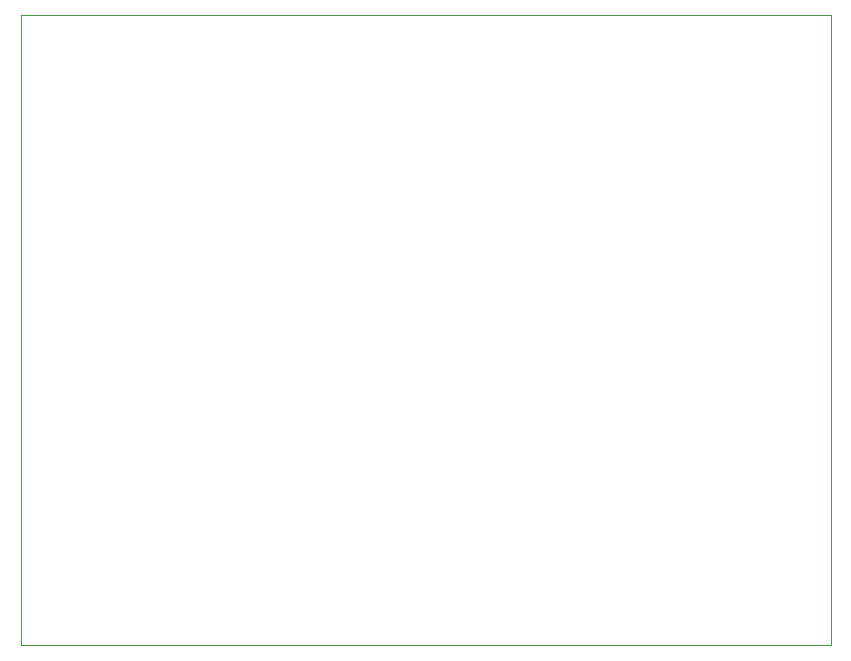
<source format=gm1>
G04 #@! TF.GenerationSoftware,KiCad,Pcbnew,(5.1.5)-2*
G04 #@! TF.CreationDate,2021-06-18T18:05:22+02:00*
G04 #@! TF.ProjectId,IMX_MULTIPROTOCOL,494d585f-4d55-44c5-9449-50524f544f43,rev?*
G04 #@! TF.SameCoordinates,Original*
G04 #@! TF.FileFunction,Profile,NP*
%FSLAX46Y46*%
G04 Gerber Fmt 4.6, Leading zero omitted, Abs format (unit mm)*
G04 Created by KiCad (PCBNEW (5.1.5)-2) date 2021-06-18 18:05:22*
%MOMM*%
%LPD*%
G04 APERTURE LIST*
%ADD10C,0.050000*%
G04 APERTURE END LIST*
D10*
X100000000Y-46700000D02*
X168600000Y-46700000D01*
X168600000Y-100000000D02*
X168600000Y-46700000D01*
X100000000Y-100000000D02*
X100000000Y-46700000D01*
X100000000Y-100000000D02*
X168600000Y-100000000D01*
M02*

</source>
